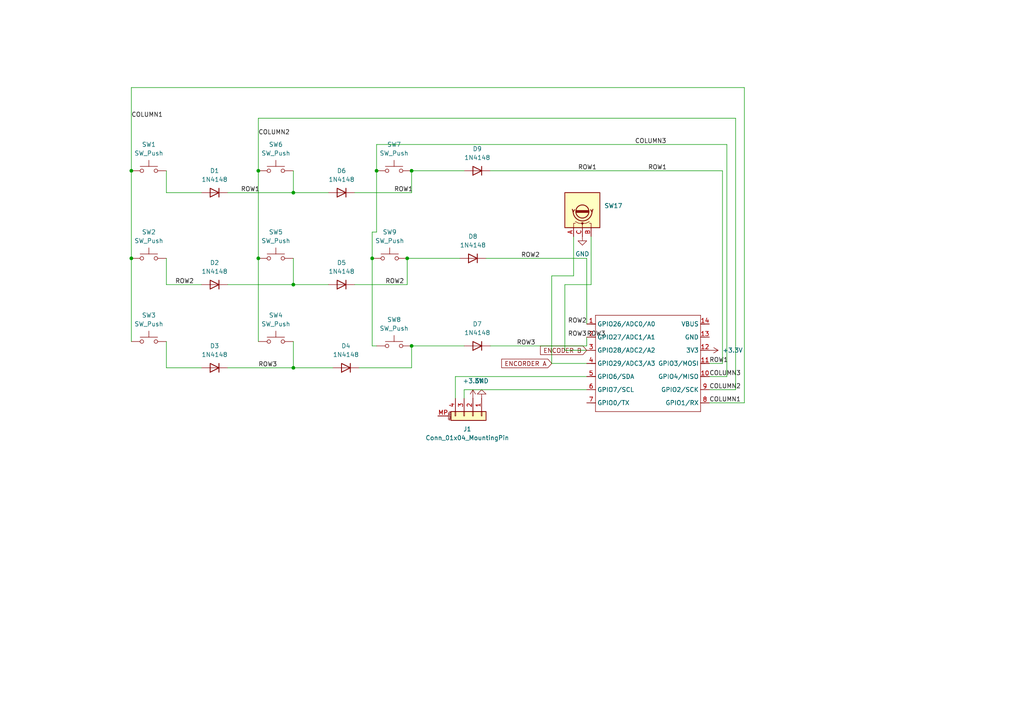
<source format=kicad_sch>
(kicad_sch
	(version 20250114)
	(generator "eeschema")
	(generator_version "9.0")
	(uuid "64f8ae2b-8a7d-44d5-aaaa-7fda84139637")
	(paper "A4")
	(lib_symbols
		(symbol "Connector_Generic_MountingPin:Conn_01x04_MountingPin"
			(pin_names
				(offset 1.016)
				(hide yes)
			)
			(exclude_from_sim no)
			(in_bom yes)
			(on_board yes)
			(property "Reference" "J1"
				(at 3.81 -1.6256 90)
				(effects
					(font
						(size 1.27 1.27)
					)
				)
			)
			(property "Value" "Conn_01x04_MountingPin"
				(at 6.35 -1.6256 90)
				(effects
					(font
						(size 1.27 1.27)
					)
				)
			)
			(property "Footprint" ""
				(at 0 0 0)
				(effects
					(font
						(size 1.27 1.27)
					)
					(hide yes)
				)
			)
			(property "Datasheet" "~"
				(at 0 0 0)
				(effects
					(font
						(size 1.27 1.27)
					)
					(hide yes)
				)
			)
			(property "Description" "Generic connectable mounting pin connector, single row, 01x04, script generated (kicad-library-utils/schlib/autogen/connector/)"
				(at 0 0 0)
				(effects
					(font
						(size 1.27 1.27)
					)
					(hide yes)
				)
			)
			(property "ki_keywords" "connector"
				(at 0 0 0)
				(effects
					(font
						(size 1.27 1.27)
					)
					(hide yes)
				)
			)
			(property "ki_fp_filters" "Connector*:*_1x??-1MP*"
				(at 0 0 0)
				(effects
					(font
						(size 1.27 1.27)
					)
					(hide yes)
				)
			)
			(symbol "Conn_01x04_MountingPin_1_1"
				(rectangle
					(start -1.27 3.81)
					(end 1.27 -6.35)
					(stroke
						(width 0.254)
						(type default)
					)
					(fill
						(type background)
					)
				)
				(rectangle
					(start -1.27 2.667)
					(end 0 2.413)
					(stroke
						(width 0.1524)
						(type default)
					)
					(fill
						(type none)
					)
				)
				(rectangle
					(start -1.27 0.127)
					(end 0 -0.127)
					(stroke
						(width 0.1524)
						(type default)
					)
					(fill
						(type none)
					)
				)
				(rectangle
					(start -1.27 -2.413)
					(end 0 -2.667)
					(stroke
						(width 0.1524)
						(type default)
					)
					(fill
						(type none)
					)
				)
				(rectangle
					(start -1.27 -4.953)
					(end 0 -5.207)
					(stroke
						(width 0.1524)
						(type default)
					)
					(fill
						(type none)
					)
				)
				(polyline
					(pts
						(xy -1.016 -7.112) (xy 1.016 -7.112)
					)
					(stroke
						(width 0.1524)
						(type default)
					)
					(fill
						(type none)
					)
				)
				(text "Mounting"
					(at 0 -6.731 0)
					(effects
						(font
							(size 0.381 0.381)
						)
					)
				)
				(pin passive line
					(at -5.08 2.54 0)
					(length 3.81)
					(name "GND"
						(effects
							(font
								(size 1.27 1.27)
							)
						)
					)
					(number "1"
						(effects
							(font
								(size 1.27 1.27)
							)
						)
					)
				)
				(pin passive line
					(at -5.08 0 0)
					(length 3.81)
					(name "VCC"
						(effects
							(font
								(size 1.27 1.27)
							)
						)
					)
					(number "2"
						(effects
							(font
								(size 1.27 1.27)
							)
						)
					)
				)
				(pin passive line
					(at -5.08 -2.54 0)
					(length 3.81)
					(name "SCL"
						(effects
							(font
								(size 1.27 1.27)
							)
						)
					)
					(number "3"
						(effects
							(font
								(size 1.27 1.27)
							)
						)
					)
				)
				(pin passive line
					(at -5.08 -5.08 0)
					(length 3.81)
					(name "SDA"
						(effects
							(font
								(size 1.27 1.27)
							)
						)
					)
					(number "4"
						(effects
							(font
								(size 1.27 1.27)
							)
						)
					)
				)
				(pin passive line
					(at 0 -10.16 90)
					(length 3.048)
					(name "MountPin"
						(effects
							(font
								(size 1.27 1.27)
							)
						)
					)
					(number "MP"
						(effects
							(font
								(size 1.27 1.27)
							)
						)
					)
				)
			)
			(embedded_fonts no)
		)
		(symbol "Device:RotaryEncoder"
			(pin_names
				(offset 0.254)
				(hide yes)
			)
			(exclude_from_sim no)
			(in_bom yes)
			(on_board yes)
			(property "Reference" "SW"
				(at 0 6.604 0)
				(effects
					(font
						(size 1.27 1.27)
					)
				)
			)
			(property "Value" "RotaryEncoder"
				(at 0 -6.604 0)
				(effects
					(font
						(size 1.27 1.27)
					)
				)
			)
			(property "Footprint" ""
				(at -3.81 4.064 0)
				(effects
					(font
						(size 1.27 1.27)
					)
					(hide yes)
				)
			)
			(property "Datasheet" "~"
				(at 0 6.604 0)
				(effects
					(font
						(size 1.27 1.27)
					)
					(hide yes)
				)
			)
			(property "Description" "Rotary encoder, dual channel, incremental quadrate outputs"
				(at 0 0 0)
				(effects
					(font
						(size 1.27 1.27)
					)
					(hide yes)
				)
			)
			(property "ki_keywords" "rotary switch encoder"
				(at 0 0 0)
				(effects
					(font
						(size 1.27 1.27)
					)
					(hide yes)
				)
			)
			(property "ki_fp_filters" "RotaryEncoder*"
				(at 0 0 0)
				(effects
					(font
						(size 1.27 1.27)
					)
					(hide yes)
				)
			)
			(symbol "RotaryEncoder_0_1"
				(rectangle
					(start -5.08 5.08)
					(end 5.08 -5.08)
					(stroke
						(width 0.254)
						(type default)
					)
					(fill
						(type background)
					)
				)
				(polyline
					(pts
						(xy -5.08 2.54) (xy -3.81 2.54) (xy -3.81 2.032)
					)
					(stroke
						(width 0)
						(type default)
					)
					(fill
						(type none)
					)
				)
				(polyline
					(pts
						(xy -5.08 0) (xy -3.81 0) (xy -3.81 -1.016) (xy -3.302 -2.032)
					)
					(stroke
						(width 0)
						(type default)
					)
					(fill
						(type none)
					)
				)
				(polyline
					(pts
						(xy -5.08 -2.54) (xy -3.81 -2.54) (xy -3.81 -2.032)
					)
					(stroke
						(width 0)
						(type default)
					)
					(fill
						(type none)
					)
				)
				(polyline
					(pts
						(xy -4.318 0) (xy -3.81 0) (xy -3.81 1.016) (xy -3.302 2.032)
					)
					(stroke
						(width 0)
						(type default)
					)
					(fill
						(type none)
					)
				)
				(circle
					(center -3.81 0)
					(radius 0.254)
					(stroke
						(width 0)
						(type default)
					)
					(fill
						(type outline)
					)
				)
				(polyline
					(pts
						(xy -0.635 -1.778) (xy -0.635 1.778)
					)
					(stroke
						(width 0.254)
						(type default)
					)
					(fill
						(type none)
					)
				)
				(circle
					(center -0.381 0)
					(radius 1.905)
					(stroke
						(width 0.254)
						(type default)
					)
					(fill
						(type none)
					)
				)
				(polyline
					(pts
						(xy -0.381 -1.778) (xy -0.381 1.778)
					)
					(stroke
						(width 0.254)
						(type default)
					)
					(fill
						(type none)
					)
				)
				(arc
					(start -0.381 -2.794)
					(mid -3.0988 -0.0635)
					(end -0.381 2.667)
					(stroke
						(width 0.254)
						(type default)
					)
					(fill
						(type none)
					)
				)
				(polyline
					(pts
						(xy -0.127 1.778) (xy -0.127 -1.778)
					)
					(stroke
						(width 0.254)
						(type default)
					)
					(fill
						(type none)
					)
				)
				(polyline
					(pts
						(xy 0.254 2.921) (xy -0.508 2.667) (xy 0.127 2.286)
					)
					(stroke
						(width 0.254)
						(type default)
					)
					(fill
						(type none)
					)
				)
				(polyline
					(pts
						(xy 0.254 -3.048) (xy -0.508 -2.794) (xy 0.127 -2.413)
					)
					(stroke
						(width 0.254)
						(type default)
					)
					(fill
						(type none)
					)
				)
			)
			(symbol "RotaryEncoder_1_1"
				(pin passive line
					(at -7.62 2.54 0)
					(length 2.54)
					(name "A"
						(effects
							(font
								(size 1.27 1.27)
							)
						)
					)
					(number "A"
						(effects
							(font
								(size 1.27 1.27)
							)
						)
					)
				)
				(pin passive line
					(at -7.62 0 0)
					(length 2.54)
					(name "C"
						(effects
							(font
								(size 1.27 1.27)
							)
						)
					)
					(number "C"
						(effects
							(font
								(size 1.27 1.27)
							)
						)
					)
				)
				(pin passive line
					(at -7.62 -2.54 0)
					(length 2.54)
					(name "B"
						(effects
							(font
								(size 1.27 1.27)
							)
						)
					)
					(number "B"
						(effects
							(font
								(size 1.27 1.27)
							)
						)
					)
				)
			)
			(embedded_fonts no)
		)
		(symbol "Diode:1N4148"
			(pin_numbers
				(hide yes)
			)
			(pin_names
				(hide yes)
			)
			(exclude_from_sim no)
			(in_bom yes)
			(on_board yes)
			(property "Reference" "D"
				(at 0 2.54 0)
				(effects
					(font
						(size 1.27 1.27)
					)
				)
			)
			(property "Value" "1N4148"
				(at 0 -2.54 0)
				(effects
					(font
						(size 1.27 1.27)
					)
				)
			)
			(property "Footprint" "Diode_THT:D_DO-35_SOD27_P7.62mm_Horizontal"
				(at 0 0 0)
				(effects
					(font
						(size 1.27 1.27)
					)
					(hide yes)
				)
			)
			(property "Datasheet" "https://assets.nexperia.com/documents/data-sheet/1N4148_1N4448.pdf"
				(at 0 0 0)
				(effects
					(font
						(size 1.27 1.27)
					)
					(hide yes)
				)
			)
			(property "Description" "100V 0.15A standard switching diode, DO-35"
				(at 0 0 0)
				(effects
					(font
						(size 1.27 1.27)
					)
					(hide yes)
				)
			)
			(property "Sim.Device" "D"
				(at 0 0 0)
				(effects
					(font
						(size 1.27 1.27)
					)
					(hide yes)
				)
			)
			(property "Sim.Pins" "1=K 2=A"
				(at 0 0 0)
				(effects
					(font
						(size 1.27 1.27)
					)
					(hide yes)
				)
			)
			(property "ki_keywords" "diode"
				(at 0 0 0)
				(effects
					(font
						(size 1.27 1.27)
					)
					(hide yes)
				)
			)
			(property "ki_fp_filters" "D*DO?35*"
				(at 0 0 0)
				(effects
					(font
						(size 1.27 1.27)
					)
					(hide yes)
				)
			)
			(symbol "1N4148_0_1"
				(polyline
					(pts
						(xy -1.27 1.27) (xy -1.27 -1.27)
					)
					(stroke
						(width 0.254)
						(type default)
					)
					(fill
						(type none)
					)
				)
				(polyline
					(pts
						(xy 1.27 1.27) (xy 1.27 -1.27) (xy -1.27 0) (xy 1.27 1.27)
					)
					(stroke
						(width 0.254)
						(type default)
					)
					(fill
						(type none)
					)
				)
				(polyline
					(pts
						(xy 1.27 0) (xy -1.27 0)
					)
					(stroke
						(width 0)
						(type default)
					)
					(fill
						(type none)
					)
				)
			)
			(symbol "1N4148_1_1"
				(pin passive line
					(at -3.81 0 0)
					(length 2.54)
					(name "K"
						(effects
							(font
								(size 1.27 1.27)
							)
						)
					)
					(number "1"
						(effects
							(font
								(size 1.27 1.27)
							)
						)
					)
				)
				(pin passive line
					(at 3.81 0 180)
					(length 2.54)
					(name "A"
						(effects
							(font
								(size 1.27 1.27)
							)
						)
					)
					(number "2"
						(effects
							(font
								(size 1.27 1.27)
							)
						)
					)
				)
			)
			(embedded_fonts no)
		)
		(symbol "OPL Lib:XIAO-RP2040-DIP"
			(exclude_from_sim no)
			(in_bom yes)
			(on_board yes)
			(property "Reference" "U"
				(at 0 0 0)
				(effects
					(font
						(size 1.27 1.27)
					)
				)
			)
			(property "Value" "XIAO-RP2040-DIP"
				(at 5.334 -1.778 0)
				(effects
					(font
						(size 1.27 1.27)
					)
				)
			)
			(property "Footprint" "Module:MOUDLE14P-XIAO-DIP-SMD"
				(at 14.478 -32.258 0)
				(effects
					(font
						(size 1.27 1.27)
					)
					(hide yes)
				)
			)
			(property "Datasheet" ""
				(at 0 0 0)
				(effects
					(font
						(size 1.27 1.27)
					)
					(hide yes)
				)
			)
			(property "Description" ""
				(at 0 0 0)
				(effects
					(font
						(size 1.27 1.27)
					)
					(hide yes)
				)
			)
			(symbol "XIAO-RP2040-DIP_1_0"
				(polyline
					(pts
						(xy -1.27 -2.54) (xy 29.21 -2.54)
					)
					(stroke
						(width 0.1524)
						(type solid)
					)
					(fill
						(type none)
					)
				)
				(polyline
					(pts
						(xy -1.27 -5.08) (xy -2.54 -5.08)
					)
					(stroke
						(width 0.1524)
						(type solid)
					)
					(fill
						(type none)
					)
				)
				(polyline
					(pts
						(xy -1.27 -5.08) (xy -1.27 -2.54)
					)
					(stroke
						(width 0.1524)
						(type solid)
					)
					(fill
						(type none)
					)
				)
				(polyline
					(pts
						(xy -1.27 -8.89) (xy -2.54 -8.89)
					)
					(stroke
						(width 0.1524)
						(type solid)
					)
					(fill
						(type none)
					)
				)
				(polyline
					(pts
						(xy -1.27 -8.89) (xy -1.27 -5.08)
					)
					(stroke
						(width 0.1524)
						(type solid)
					)
					(fill
						(type none)
					)
				)
				(polyline
					(pts
						(xy -1.27 -12.7) (xy -2.54 -12.7)
					)
					(stroke
						(width 0.1524)
						(type solid)
					)
					(fill
						(type none)
					)
				)
				(polyline
					(pts
						(xy -1.27 -12.7) (xy -1.27 -8.89)
					)
					(stroke
						(width 0.1524)
						(type solid)
					)
					(fill
						(type none)
					)
				)
				(polyline
					(pts
						(xy -1.27 -16.51) (xy -2.54 -16.51)
					)
					(stroke
						(width 0.1524)
						(type solid)
					)
					(fill
						(type none)
					)
				)
				(polyline
					(pts
						(xy -1.27 -16.51) (xy -1.27 -12.7)
					)
					(stroke
						(width 0.1524)
						(type solid)
					)
					(fill
						(type none)
					)
				)
				(polyline
					(pts
						(xy -1.27 -20.32) (xy -2.54 -20.32)
					)
					(stroke
						(width 0.1524)
						(type solid)
					)
					(fill
						(type none)
					)
				)
				(polyline
					(pts
						(xy -1.27 -24.13) (xy -2.54 -24.13)
					)
					(stroke
						(width 0.1524)
						(type solid)
					)
					(fill
						(type none)
					)
				)
				(polyline
					(pts
						(xy -1.27 -27.94) (xy -2.54 -27.94)
					)
					(stroke
						(width 0.1524)
						(type solid)
					)
					(fill
						(type none)
					)
				)
				(polyline
					(pts
						(xy -1.27 -30.48) (xy -1.27 -16.51)
					)
					(stroke
						(width 0.1524)
						(type solid)
					)
					(fill
						(type none)
					)
				)
				(polyline
					(pts
						(xy 29.21 -2.54) (xy 29.21 -5.08)
					)
					(stroke
						(width 0.1524)
						(type solid)
					)
					(fill
						(type none)
					)
				)
				(polyline
					(pts
						(xy 29.21 -5.08) (xy 29.21 -8.89)
					)
					(stroke
						(width 0.1524)
						(type solid)
					)
					(fill
						(type none)
					)
				)
				(polyline
					(pts
						(xy 29.21 -8.89) (xy 29.21 -12.7)
					)
					(stroke
						(width 0.1524)
						(type solid)
					)
					(fill
						(type none)
					)
				)
				(polyline
					(pts
						(xy 29.21 -12.7) (xy 29.21 -30.48)
					)
					(stroke
						(width 0.1524)
						(type solid)
					)
					(fill
						(type none)
					)
				)
				(polyline
					(pts
						(xy 29.21 -30.48) (xy -1.27 -30.48)
					)
					(stroke
						(width 0.1524)
						(type solid)
					)
					(fill
						(type none)
					)
				)
				(polyline
					(pts
						(xy 30.48 -5.08) (xy 29.21 -5.08)
					)
					(stroke
						(width 0.1524)
						(type solid)
					)
					(fill
						(type none)
					)
				)
				(polyline
					(pts
						(xy 30.48 -8.89) (xy 29.21 -8.89)
					)
					(stroke
						(width 0.1524)
						(type solid)
					)
					(fill
						(type none)
					)
				)
				(polyline
					(pts
						(xy 30.48 -12.7) (xy 29.21 -12.7)
					)
					(stroke
						(width 0.1524)
						(type solid)
					)
					(fill
						(type none)
					)
				)
				(polyline
					(pts
						(xy 30.48 -16.51) (xy 29.21 -16.51)
					)
					(stroke
						(width 0.1524)
						(type solid)
					)
					(fill
						(type none)
					)
				)
				(polyline
					(pts
						(xy 30.48 -20.32) (xy 29.21 -20.32)
					)
					(stroke
						(width 0.1524)
						(type solid)
					)
					(fill
						(type none)
					)
				)
				(polyline
					(pts
						(xy 30.48 -24.13) (xy 29.21 -24.13)
					)
					(stroke
						(width 0.1524)
						(type solid)
					)
					(fill
						(type none)
					)
				)
				(polyline
					(pts
						(xy 30.48 -27.94) (xy 29.21 -27.94)
					)
					(stroke
						(width 0.1524)
						(type solid)
					)
					(fill
						(type none)
					)
				)
				(pin passive line
					(at -3.81 -5.08 0)
					(length 2.54)
					(name "GPIO26/ADC0/A0"
						(effects
							(font
								(size 1.27 1.27)
							)
						)
					)
					(number "1"
						(effects
							(font
								(size 1.27 1.27)
							)
						)
					)
				)
				(pin passive line
					(at -3.81 -8.89 0)
					(length 2.54)
					(name "GPIO27/ADC1/A1"
						(effects
							(font
								(size 1.27 1.27)
							)
						)
					)
					(number "2"
						(effects
							(font
								(size 1.27 1.27)
							)
						)
					)
				)
				(pin passive line
					(at -3.81 -12.7 0)
					(length 2.54)
					(name "GPIO28/ADC2/A2"
						(effects
							(font
								(size 1.27 1.27)
							)
						)
					)
					(number "3"
						(effects
							(font
								(size 1.27 1.27)
							)
						)
					)
				)
				(pin passive line
					(at -3.81 -16.51 0)
					(length 2.54)
					(name "GPIO29/ADC3/A3"
						(effects
							(font
								(size 1.27 1.27)
							)
						)
					)
					(number "4"
						(effects
							(font
								(size 1.27 1.27)
							)
						)
					)
				)
				(pin passive line
					(at -3.81 -20.32 0)
					(length 2.54)
					(name "GPIO6/SDA"
						(effects
							(font
								(size 1.27 1.27)
							)
						)
					)
					(number "5"
						(effects
							(font
								(size 1.27 1.27)
							)
						)
					)
				)
				(pin passive line
					(at -3.81 -24.13 0)
					(length 2.54)
					(name "GPIO7/SCL"
						(effects
							(font
								(size 1.27 1.27)
							)
						)
					)
					(number "6"
						(effects
							(font
								(size 1.27 1.27)
							)
						)
					)
				)
				(pin passive line
					(at -3.81 -27.94 0)
					(length 2.54)
					(name "GPIO0/TX"
						(effects
							(font
								(size 1.27 1.27)
							)
						)
					)
					(number "7"
						(effects
							(font
								(size 1.27 1.27)
							)
						)
					)
				)
				(pin passive line
					(at 31.75 -5.08 180)
					(length 2.54)
					(name "VBUS"
						(effects
							(font
								(size 1.27 1.27)
							)
						)
					)
					(number "14"
						(effects
							(font
								(size 1.27 1.27)
							)
						)
					)
				)
				(pin passive line
					(at 31.75 -8.89 180)
					(length 2.54)
					(name "GND"
						(effects
							(font
								(size 1.27 1.27)
							)
						)
					)
					(number "13"
						(effects
							(font
								(size 1.27 1.27)
							)
						)
					)
				)
				(pin passive line
					(at 31.75 -12.7 180)
					(length 2.54)
					(name "3V3"
						(effects
							(font
								(size 1.27 1.27)
							)
						)
					)
					(number "12"
						(effects
							(font
								(size 1.27 1.27)
							)
						)
					)
				)
				(pin passive line
					(at 31.75 -16.51 180)
					(length 2.54)
					(name "GPIO3/MOSI"
						(effects
							(font
								(size 1.27 1.27)
							)
						)
					)
					(number "11"
						(effects
							(font
								(size 1.27 1.27)
							)
						)
					)
				)
				(pin passive line
					(at 31.75 -20.32 180)
					(length 2.54)
					(name "GPIO4/MISO"
						(effects
							(font
								(size 1.27 1.27)
							)
						)
					)
					(number "10"
						(effects
							(font
								(size 1.27 1.27)
							)
						)
					)
				)
				(pin passive line
					(at 31.75 -24.13 180)
					(length 2.54)
					(name "GPIO2/SCK"
						(effects
							(font
								(size 1.27 1.27)
							)
						)
					)
					(number "9"
						(effects
							(font
								(size 1.27 1.27)
							)
						)
					)
				)
				(pin passive line
					(at 31.75 -27.94 180)
					(length 2.54)
					(name "GPIO1/RX"
						(effects
							(font
								(size 1.27 1.27)
							)
						)
					)
					(number "8"
						(effects
							(font
								(size 1.27 1.27)
							)
						)
					)
				)
			)
			(embedded_fonts no)
		)
		(symbol "Switch:SW_Push"
			(pin_numbers
				(hide yes)
			)
			(pin_names
				(offset 1.016)
				(hide yes)
			)
			(exclude_from_sim no)
			(in_bom yes)
			(on_board yes)
			(property "Reference" "SW"
				(at 1.27 2.54 0)
				(effects
					(font
						(size 1.27 1.27)
					)
					(justify left)
				)
			)
			(property "Value" "SW_Push"
				(at 0 -1.524 0)
				(effects
					(font
						(size 1.27 1.27)
					)
				)
			)
			(property "Footprint" ""
				(at 0 5.08 0)
				(effects
					(font
						(size 1.27 1.27)
					)
					(hide yes)
				)
			)
			(property "Datasheet" "~"
				(at 0 5.08 0)
				(effects
					(font
						(size 1.27 1.27)
					)
					(hide yes)
				)
			)
			(property "Description" "Push button switch, generic, two pins"
				(at 0 0 0)
				(effects
					(font
						(size 1.27 1.27)
					)
					(hide yes)
				)
			)
			(property "ki_keywords" "switch normally-open pushbutton push-button"
				(at 0 0 0)
				(effects
					(font
						(size 1.27 1.27)
					)
					(hide yes)
				)
			)
			(symbol "SW_Push_0_1"
				(circle
					(center -2.032 0)
					(radius 0.508)
					(stroke
						(width 0)
						(type default)
					)
					(fill
						(type none)
					)
				)
				(polyline
					(pts
						(xy 0 1.27) (xy 0 3.048)
					)
					(stroke
						(width 0)
						(type default)
					)
					(fill
						(type none)
					)
				)
				(circle
					(center 2.032 0)
					(radius 0.508)
					(stroke
						(width 0)
						(type default)
					)
					(fill
						(type none)
					)
				)
				(polyline
					(pts
						(xy 2.54 1.27) (xy -2.54 1.27)
					)
					(stroke
						(width 0)
						(type default)
					)
					(fill
						(type none)
					)
				)
				(pin passive line
					(at -5.08 0 0)
					(length 2.54)
					(name "1"
						(effects
							(font
								(size 1.27 1.27)
							)
						)
					)
					(number "1"
						(effects
							(font
								(size 1.27 1.27)
							)
						)
					)
				)
				(pin passive line
					(at 5.08 0 180)
					(length 2.54)
					(name "2"
						(effects
							(font
								(size 1.27 1.27)
							)
						)
					)
					(number "2"
						(effects
							(font
								(size 1.27 1.27)
							)
						)
					)
				)
			)
			(embedded_fonts no)
		)
		(symbol "power:+3.3V"
			(power)
			(pin_numbers
				(hide yes)
			)
			(pin_names
				(offset 0)
				(hide yes)
			)
			(exclude_from_sim no)
			(in_bom yes)
			(on_board yes)
			(property "Reference" "#PWR"
				(at 0 -3.81 0)
				(effects
					(font
						(size 1.27 1.27)
					)
					(hide yes)
				)
			)
			(property "Value" "+3.3V"
				(at 0 3.556 0)
				(effects
					(font
						(size 1.27 1.27)
					)
				)
			)
			(property "Footprint" ""
				(at 0 0 0)
				(effects
					(font
						(size 1.27 1.27)
					)
					(hide yes)
				)
			)
			(property "Datasheet" ""
				(at 0 0 0)
				(effects
					(font
						(size 1.27 1.27)
					)
					(hide yes)
				)
			)
			(property "Description" "Power symbol creates a global label with name \"+3.3V\""
				(at 0 0 0)
				(effects
					(font
						(size 1.27 1.27)
					)
					(hide yes)
				)
			)
			(property "ki_keywords" "global power"
				(at 0 0 0)
				(effects
					(font
						(size 1.27 1.27)
					)
					(hide yes)
				)
			)
			(symbol "+3.3V_0_1"
				(polyline
					(pts
						(xy -0.762 1.27) (xy 0 2.54)
					)
					(stroke
						(width 0)
						(type default)
					)
					(fill
						(type none)
					)
				)
				(polyline
					(pts
						(xy 0 2.54) (xy 0.762 1.27)
					)
					(stroke
						(width 0)
						(type default)
					)
					(fill
						(type none)
					)
				)
				(polyline
					(pts
						(xy 0 0) (xy 0 2.54)
					)
					(stroke
						(width 0)
						(type default)
					)
					(fill
						(type none)
					)
				)
			)
			(symbol "+3.3V_1_1"
				(pin power_in line
					(at 0 0 90)
					(length 0)
					(name "~"
						(effects
							(font
								(size 1.27 1.27)
							)
						)
					)
					(number "1"
						(effects
							(font
								(size 1.27 1.27)
							)
						)
					)
				)
			)
			(embedded_fonts no)
		)
		(symbol "power:GND"
			(power)
			(pin_numbers
				(hide yes)
			)
			(pin_names
				(offset 0)
				(hide yes)
			)
			(exclude_from_sim no)
			(in_bom yes)
			(on_board yes)
			(property "Reference" "#PWR"
				(at 0 -6.35 0)
				(effects
					(font
						(size 1.27 1.27)
					)
					(hide yes)
				)
			)
			(property "Value" "GND"
				(at 0 -3.81 0)
				(effects
					(font
						(size 1.27 1.27)
					)
				)
			)
			(property "Footprint" ""
				(at 0 0 0)
				(effects
					(font
						(size 1.27 1.27)
					)
					(hide yes)
				)
			)
			(property "Datasheet" ""
				(at 0 0 0)
				(effects
					(font
						(size 1.27 1.27)
					)
					(hide yes)
				)
			)
			(property "Description" "Power symbol creates a global label with name \"GND\" , ground"
				(at 0 0 0)
				(effects
					(font
						(size 1.27 1.27)
					)
					(hide yes)
				)
			)
			(property "ki_keywords" "global power"
				(at 0 0 0)
				(effects
					(font
						(size 1.27 1.27)
					)
					(hide yes)
				)
			)
			(symbol "GND_0_1"
				(polyline
					(pts
						(xy 0 0) (xy 0 -1.27) (xy 1.27 -1.27) (xy 0 -2.54) (xy -1.27 -1.27) (xy 0 -1.27)
					)
					(stroke
						(width 0)
						(type default)
					)
					(fill
						(type none)
					)
				)
			)
			(symbol "GND_1_1"
				(pin power_in line
					(at 0 0 270)
					(length 0)
					(name "~"
						(effects
							(font
								(size 1.27 1.27)
							)
						)
					)
					(number "1"
						(effects
							(font
								(size 1.27 1.27)
							)
						)
					)
				)
			)
			(embedded_fonts no)
		)
	)
	(junction
		(at 38.1 49.53)
		(diameter 0)
		(color 0 0 0 0)
		(uuid "0514880f-841a-44d4-a2ee-00070a779028")
	)
	(junction
		(at 119.38 100.33)
		(diameter 0)
		(color 0 0 0 0)
		(uuid "1d9f036a-30d5-4ac6-a35e-2fc8d0fd6cc8")
	)
	(junction
		(at 85.09 82.55)
		(diameter 0)
		(color 0 0 0 0)
		(uuid "2a3bffcc-265d-49c2-9bfe-8a0427c368f0")
	)
	(junction
		(at 85.09 106.68)
		(diameter 0)
		(color 0 0 0 0)
		(uuid "3fe15d72-86f9-4f6a-9a15-69b15e160b37")
	)
	(junction
		(at 118.11 74.93)
		(diameter 0)
		(color 0 0 0 0)
		(uuid "5a371c1a-ac56-448d-aab6-18a08207b88a")
	)
	(junction
		(at 38.1 74.93)
		(diameter 0)
		(color 0 0 0 0)
		(uuid "645dbd76-cfad-431a-b2ed-15367afb1bd8")
	)
	(junction
		(at 119.38 49.53)
		(diameter 0)
		(color 0 0 0 0)
		(uuid "74817c0f-7ec7-4d46-923b-75c50dfea2b5")
	)
	(junction
		(at 74.93 49.53)
		(diameter 0)
		(color 0 0 0 0)
		(uuid "8e5f2b49-bb1d-4f9d-a0b6-96f12884991e")
	)
	(junction
		(at 85.09 55.88)
		(diameter 0)
		(color 0 0 0 0)
		(uuid "8f14c21c-baad-403d-ae19-a614d265ee45")
	)
	(junction
		(at 107.95 74.93)
		(diameter 0)
		(color 0 0 0 0)
		(uuid "8f16a5c1-aa12-4505-b5ce-76baf034f0b2")
	)
	(junction
		(at 109.22 49.53)
		(diameter 0)
		(color 0 0 0 0)
		(uuid "9a41378e-da23-446d-8c99-f3ac164df87a")
	)
	(junction
		(at 74.93 74.93)
		(diameter 0)
		(color 0 0 0 0)
		(uuid "d2eafcf9-8d65-4c5c-a7fb-fdda79b71df0")
	)
	(wire
		(pts
			(xy 48.26 55.88) (xy 58.42 55.88)
		)
		(stroke
			(width 0)
			(type default)
		)
		(uuid "04052ef2-5d40-4086-b798-9a6f7c1567e4")
	)
	(wire
		(pts
			(xy 66.04 82.55) (xy 85.09 82.55)
		)
		(stroke
			(width 0)
			(type default)
		)
		(uuid "04cb75e3-df29-4c85-b587-a878df0f3528")
	)
	(wire
		(pts
			(xy 132.08 109.22) (xy 170.18 109.22)
		)
		(stroke
			(width 0)
			(type default)
		)
		(uuid "0a017036-ef6d-4654-8d32-86e9102d15b7")
	)
	(wire
		(pts
			(xy 134.62 113.03) (xy 170.18 113.03)
		)
		(stroke
			(width 0)
			(type default)
		)
		(uuid "0ba1071e-4b9d-45a1-819d-3ed002d1d098")
	)
	(wire
		(pts
			(xy 107.95 74.93) (xy 107.95 100.33)
		)
		(stroke
			(width 0)
			(type default)
		)
		(uuid "0bf47a8f-7ca1-4691-9b67-976e3be57c8d")
	)
	(wire
		(pts
			(xy 48.26 106.68) (xy 58.42 106.68)
		)
		(stroke
			(width 0)
			(type default)
		)
		(uuid "1a0d0d85-7979-4c88-9d20-d6718713adaa")
	)
	(wire
		(pts
			(xy 170.18 74.93) (xy 170.18 93.98)
		)
		(stroke
			(width 0)
			(type default)
		)
		(uuid "1da58a35-8b41-463e-a5c2-5e56a7475d2d")
	)
	(wire
		(pts
			(xy 107.95 100.33) (xy 109.22 100.33)
		)
		(stroke
			(width 0)
			(type default)
		)
		(uuid "27841b53-2beb-4396-8167-bd2042a1949d")
	)
	(wire
		(pts
			(xy 74.93 49.53) (xy 74.93 34.29)
		)
		(stroke
			(width 0)
			(type default)
		)
		(uuid "2a81dc7a-6f4f-4802-8815-070ba1f3c1ce")
	)
	(wire
		(pts
			(xy 85.09 106.68) (xy 96.52 106.68)
		)
		(stroke
			(width 0)
			(type default)
		)
		(uuid "2c4da188-dcca-4528-8e85-b119a4721367")
	)
	(wire
		(pts
			(xy 38.1 49.53) (xy 38.1 25.4)
		)
		(stroke
			(width 0)
			(type default)
		)
		(uuid "2e93cb1b-ec39-436b-ac9b-b5c4cd0ed512")
	)
	(wire
		(pts
			(xy 85.09 82.55) (xy 95.25 82.55)
		)
		(stroke
			(width 0)
			(type default)
		)
		(uuid "2f0e7e05-9bb2-4d59-b1e2-fbfb6faf5ae2")
	)
	(wire
		(pts
			(xy 102.87 55.88) (xy 119.38 55.88)
		)
		(stroke
			(width 0)
			(type default)
		)
		(uuid "30968ede-4615-4d52-82fb-902f40417e4c")
	)
	(wire
		(pts
			(xy 66.04 55.88) (xy 85.09 55.88)
		)
		(stroke
			(width 0)
			(type default)
		)
		(uuid "32e3dcf8-c215-4aca-8769-fe10b81717f6")
	)
	(wire
		(pts
			(xy 109.22 49.53) (xy 109.22 67.31)
		)
		(stroke
			(width 0)
			(type default)
		)
		(uuid "36372db5-225c-4bc1-9e49-ea29d2241326")
	)
	(wire
		(pts
			(xy 171.45 68.58) (xy 171.45 82.55)
		)
		(stroke
			(width 0)
			(type default)
		)
		(uuid "3efa78ed-2c8c-4725-a6d1-c28e8e5d2c1f")
	)
	(wire
		(pts
			(xy 205.74 105.41) (xy 209.55 105.41)
		)
		(stroke
			(width 0)
			(type default)
		)
		(uuid "3f788e43-ee8f-46da-abab-773f0225d8fb")
	)
	(wire
		(pts
			(xy 163.83 82.55) (xy 171.45 82.55)
		)
		(stroke
			(width 0)
			(type default)
		)
		(uuid "45a94385-e3c4-4197-9f27-94c17f5cf585")
	)
	(wire
		(pts
			(xy 85.09 55.88) (xy 95.25 55.88)
		)
		(stroke
			(width 0)
			(type default)
		)
		(uuid "4eda3f65-06ea-456d-aae7-83590393b340")
	)
	(wire
		(pts
			(xy 85.09 74.93) (xy 85.09 82.55)
		)
		(stroke
			(width 0)
			(type default)
		)
		(uuid "54ac29e9-33c3-415a-bf87-5f64a5d50539")
	)
	(wire
		(pts
			(xy 85.09 49.53) (xy 85.09 55.88)
		)
		(stroke
			(width 0)
			(type default)
		)
		(uuid "57b0045c-14d8-4e53-8744-b549ffd3d9da")
	)
	(wire
		(pts
			(xy 104.14 106.68) (xy 119.38 106.68)
		)
		(stroke
			(width 0)
			(type default)
		)
		(uuid "59fb8eb3-22fa-4816-b015-1838045c4beb")
	)
	(wire
		(pts
			(xy 213.36 34.29) (xy 213.36 113.03)
		)
		(stroke
			(width 0)
			(type default)
		)
		(uuid "5c44529d-05de-4a95-b710-29b674e46b61")
	)
	(wire
		(pts
			(xy 119.38 106.68) (xy 119.38 100.33)
		)
		(stroke
			(width 0)
			(type default)
		)
		(uuid "5e29ba8b-85c2-4540-852a-64605cf6faaa")
	)
	(wire
		(pts
			(xy 38.1 74.93) (xy 38.1 99.06)
		)
		(stroke
			(width 0)
			(type default)
		)
		(uuid "6b2753e4-5131-49f3-ac02-0bc909baf02d")
	)
	(wire
		(pts
			(xy 140.97 74.93) (xy 170.18 74.93)
		)
		(stroke
			(width 0)
			(type default)
		)
		(uuid "6b852f19-3cf3-4f2c-8575-722e032391c9")
	)
	(wire
		(pts
			(xy 109.22 67.31) (xy 107.95 67.31)
		)
		(stroke
			(width 0)
			(type default)
		)
		(uuid "7a2c9562-0ee7-4734-b6aa-dbec02133a16")
	)
	(wire
		(pts
			(xy 205.74 109.22) (xy 210.82 109.22)
		)
		(stroke
			(width 0)
			(type default)
		)
		(uuid "7cae08fd-4ae6-430d-9365-b03124fe5006")
	)
	(wire
		(pts
			(xy 134.62 115.57) (xy 134.62 113.03)
		)
		(stroke
			(width 0)
			(type default)
		)
		(uuid "7e79a851-3060-4214-ba41-68fb40433efa")
	)
	(wire
		(pts
			(xy 118.11 74.93) (xy 133.35 74.93)
		)
		(stroke
			(width 0)
			(type default)
		)
		(uuid "85124e15-fffd-4f60-aebf-d663d7052418")
	)
	(wire
		(pts
			(xy 107.95 67.31) (xy 107.95 74.93)
		)
		(stroke
			(width 0)
			(type default)
		)
		(uuid "885b546d-e23a-4ba5-b3ee-ae820ec3d592")
	)
	(wire
		(pts
			(xy 74.93 49.53) (xy 74.93 74.93)
		)
		(stroke
			(width 0)
			(type default)
		)
		(uuid "89e61d63-fa01-4469-87ac-2fc9ea582b09")
	)
	(wire
		(pts
			(xy 209.55 105.41) (xy 209.55 49.53)
		)
		(stroke
			(width 0)
			(type default)
		)
		(uuid "8c347e31-b309-4817-89c2-530e1dafc18d")
	)
	(wire
		(pts
			(xy 109.22 49.53) (xy 109.22 41.91)
		)
		(stroke
			(width 0)
			(type default)
		)
		(uuid "8df2c285-392c-4dd7-8d7b-5b23959c8bef")
	)
	(wire
		(pts
			(xy 119.38 100.33) (xy 134.62 100.33)
		)
		(stroke
			(width 0)
			(type default)
		)
		(uuid "8f897ba8-cb24-453c-9d32-f3ba9e26490e")
	)
	(wire
		(pts
			(xy 48.26 49.53) (xy 48.26 55.88)
		)
		(stroke
			(width 0)
			(type default)
		)
		(uuid "945c3f82-629e-4e53-b9a6-982415f7890b")
	)
	(wire
		(pts
			(xy 163.83 101.6) (xy 170.18 101.6)
		)
		(stroke
			(width 0)
			(type default)
		)
		(uuid "95471109-e826-41ba-b4c6-5db7fa6047fa")
	)
	(wire
		(pts
			(xy 38.1 25.4) (xy 215.9 25.4)
		)
		(stroke
			(width 0)
			(type default)
		)
		(uuid "a8f64ac4-032a-4620-b12e-d8c70d865655")
	)
	(wire
		(pts
			(xy 160.02 80.01) (xy 166.37 80.01)
		)
		(stroke
			(width 0)
			(type default)
		)
		(uuid "abefd42b-9e35-46d8-83d4-57c28cf1fc8d")
	)
	(wire
		(pts
			(xy 215.9 116.84) (xy 205.74 116.84)
		)
		(stroke
			(width 0)
			(type default)
		)
		(uuid "ac78793f-7241-42f9-a90f-9e36d73ec88b")
	)
	(wire
		(pts
			(xy 134.62 49.53) (xy 119.38 49.53)
		)
		(stroke
			(width 0)
			(type default)
		)
		(uuid "af9e70a8-f503-4d90-a597-fe13de8778c2")
	)
	(wire
		(pts
			(xy 48.26 82.55) (xy 58.42 82.55)
		)
		(stroke
			(width 0)
			(type default)
		)
		(uuid "b59ecc54-d773-4858-9cd2-8eb158a9f40e")
	)
	(wire
		(pts
			(xy 213.36 113.03) (xy 205.74 113.03)
		)
		(stroke
			(width 0)
			(type default)
		)
		(uuid "c1b9368a-1249-46bc-9520-1e1e1ec74057")
	)
	(wire
		(pts
			(xy 166.37 68.58) (xy 166.37 80.01)
		)
		(stroke
			(width 0)
			(type default)
		)
		(uuid "c4d8df52-8588-4e8e-9e2d-24e32fb6910d")
	)
	(wire
		(pts
			(xy 85.09 99.06) (xy 85.09 106.68)
		)
		(stroke
			(width 0)
			(type default)
		)
		(uuid "c967a3ba-1326-4d1e-8f71-79a5e99cbfd7")
	)
	(wire
		(pts
			(xy 74.93 34.29) (xy 213.36 34.29)
		)
		(stroke
			(width 0)
			(type default)
		)
		(uuid "ca319d08-44ce-49c0-ab35-215806a90205")
	)
	(wire
		(pts
			(xy 66.04 106.68) (xy 85.09 106.68)
		)
		(stroke
			(width 0)
			(type default)
		)
		(uuid "cb0643fd-c82c-4c30-b3e0-6157d06ef353")
	)
	(wire
		(pts
			(xy 119.38 55.88) (xy 119.38 49.53)
		)
		(stroke
			(width 0)
			(type default)
		)
		(uuid "cc248b05-b3a7-441f-823a-96dc38af7bf8")
	)
	(wire
		(pts
			(xy 160.02 80.01) (xy 160.02 105.41)
		)
		(stroke
			(width 0)
			(type default)
		)
		(uuid "cfd9b19d-c84d-4824-8985-76b6c8f9697a")
	)
	(wire
		(pts
			(xy 118.11 82.55) (xy 118.11 74.93)
		)
		(stroke
			(width 0)
			(type default)
		)
		(uuid "d487a056-c245-475e-9e5e-88cd0f2876a0")
	)
	(wire
		(pts
			(xy 142.24 100.33) (xy 170.18 100.33)
		)
		(stroke
			(width 0)
			(type default)
		)
		(uuid "d804bc3d-c502-4325-936e-fc1fc9670380")
	)
	(wire
		(pts
			(xy 170.18 100.33) (xy 170.18 97.79)
		)
		(stroke
			(width 0)
			(type default)
		)
		(uuid "dc37f1d2-c9e1-482d-8e76-722fbbefbd8f")
	)
	(wire
		(pts
			(xy 109.22 41.91) (xy 210.82 41.91)
		)
		(stroke
			(width 0)
			(type default)
		)
		(uuid "dd85ca36-337b-4ab9-a900-e75c0ad882f5")
	)
	(wire
		(pts
			(xy 38.1 49.53) (xy 38.1 74.93)
		)
		(stroke
			(width 0)
			(type default)
		)
		(uuid "dea6bdef-1210-4de3-ba0b-8f2618d459ab")
	)
	(wire
		(pts
			(xy 209.55 49.53) (xy 142.24 49.53)
		)
		(stroke
			(width 0)
			(type default)
		)
		(uuid "decc7b3e-ac23-4314-812b-123366943b49")
	)
	(wire
		(pts
			(xy 160.02 105.41) (xy 170.18 105.41)
		)
		(stroke
			(width 0)
			(type default)
		)
		(uuid "e0aa967f-6b00-4015-a6e6-c7699fb650db")
	)
	(wire
		(pts
			(xy 102.87 82.55) (xy 118.11 82.55)
		)
		(stroke
			(width 0)
			(type default)
		)
		(uuid "e2a25971-2e9d-481c-8361-700e958ba9d7")
	)
	(wire
		(pts
			(xy 48.26 99.06) (xy 48.26 106.68)
		)
		(stroke
			(width 0)
			(type default)
		)
		(uuid "e348369e-fa11-4520-9bcf-cc87be1e53d2")
	)
	(wire
		(pts
			(xy 163.83 82.55) (xy 163.83 101.6)
		)
		(stroke
			(width 0)
			(type default)
		)
		(uuid "e5a9d0b7-5c9a-4807-8b89-fd9ec8aedc62")
	)
	(wire
		(pts
			(xy 210.82 41.91) (xy 210.82 109.22)
		)
		(stroke
			(width 0)
			(type default)
		)
		(uuid "ead18a48-8a2a-4c23-bb0f-d2d0a99dcec0")
	)
	(wire
		(pts
			(xy 74.93 74.93) (xy 74.93 99.06)
		)
		(stroke
			(width 0)
			(type default)
		)
		(uuid "f0d09076-2d2c-4174-baaa-3f044df87a83")
	)
	(wire
		(pts
			(xy 132.08 115.57) (xy 132.08 109.22)
		)
		(stroke
			(width 0)
			(type default)
		)
		(uuid "f692bd6a-53ed-4843-bc8b-f43958ac31a4")
	)
	(wire
		(pts
			(xy 215.9 25.4) (xy 215.9 116.84)
		)
		(stroke
			(width 0)
			(type default)
		)
		(uuid "fed573d6-8eaa-4bf2-a953-5d1c7f9a1c8d")
	)
	(wire
		(pts
			(xy 48.26 74.93) (xy 48.26 82.55)
		)
		(stroke
			(width 0)
			(type default)
		)
		(uuid "ff33f552-7f18-42c4-ad33-e0de8ccdcb4c")
	)
	(label "COLUMN1"
		(at 38.1 34.29 0)
		(effects
			(font
				(size 1.27 1.27)
			)
			(justify left bottom)
		)
		(uuid "0694dd63-013c-4975-adbb-4930577f3737")
	)
	(label "ROW3"
		(at 149.86 100.33 0)
		(effects
			(font
				(size 1.27 1.27)
			)
			(justify left bottom)
		)
		(uuid "3e39134f-4ce1-4f71-bbbd-21f4b1787729")
	)
	(label "ROW1"
		(at 205.74 105.41 0)
		(effects
			(font
				(size 1.27 1.27)
			)
			(justify left bottom)
		)
		(uuid "40cecd04-6e02-465f-bd73-ae2c4aa29be0")
	)
	(label "COLUMN3"
		(at 205.74 109.22 0)
		(effects
			(font
				(size 1.27 1.27)
			)
			(justify left bottom)
		)
		(uuid "454b3ad1-4c3c-4712-86d6-ff46dd1a657a")
	)
	(label "ROW1"
		(at 69.85 55.88 0)
		(effects
			(font
				(size 1.27 1.27)
			)
			(justify left bottom)
		)
		(uuid "47db82af-93e0-449c-a08d-3b1e4bdbc6be")
	)
	(label "ROW1"
		(at 187.96 49.53 0)
		(effects
			(font
				(size 1.27 1.27)
			)
			(justify left bottom)
		)
		(uuid "4f240ebb-c372-4ea3-bc00-446771fb4d40")
	)
	(label "ROW3"
		(at 74.93 106.68 0)
		(effects
			(font
				(size 1.27 1.27)
			)
			(justify left bottom)
		)
		(uuid "63a6ee08-1922-466f-98f2-7e2fb5c47cd0")
	)
	(label "ROW2"
		(at 50.8 82.55 0)
		(effects
			(font
				(size 1.27 1.27)
			)
			(justify left bottom)
		)
		(uuid "6fcb53e9-2e0e-403c-bcbb-bbcb5a58fc24")
	)
	(label "COLUMN2"
		(at 205.74 113.03 0)
		(effects
			(font
				(size 1.27 1.27)
			)
			(justify left bottom)
		)
		(uuid "7296ebb2-4f42-41d0-bbef-6e0a74cce0b0")
	)
	(label "ROW2"
		(at 111.76 82.55 0)
		(effects
			(font
				(size 1.27 1.27)
			)
			(justify left bottom)
		)
		(uuid "7f771f57-a00c-46c5-9f5a-26bb0088d9d8")
	)
	(label "ROW1"
		(at 114.3 55.88 0)
		(effects
			(font
				(size 1.27 1.27)
			)
			(justify left bottom)
		)
		(uuid "7f82e833-3310-4e99-89c2-20c635caebcc")
	)
	(label "COLUMN1"
		(at 205.74 116.84 0)
		(effects
			(font
				(size 1.27 1.27)
			)
			(justify left bottom)
		)
		(uuid "96107230-ed43-456b-9408-bdc455fd0360")
	)
	(label "ROW3"
		(at 170.18 97.79 0)
		(effects
			(font
				(size 1.27 1.27)
			)
			(justify left bottom)
		)
		(uuid "b4adf75c-ace8-4874-adef-683bf389f39b")
	)
	(label "COLUMN3"
		(at 184.15 41.91 0)
		(effects
			(font
				(size 1.27 1.27)
			)
			(justify left bottom)
		)
		(uuid "b9d799c4-cdab-4b7e-9dc3-408969c06a32")
	)
	(label "ROW2"
		(at 170.18 93.98 180)
		(effects
			(font
				(size 1.27 1.27)
			)
			(justify right bottom)
		)
		(uuid "d13b7838-ace0-48c0-8be4-1f729482d27f")
	)
	(label "ROW1"
		(at 167.64 49.53 0)
		(effects
			(font
				(size 1.27 1.27)
			)
			(justify left bottom)
		)
		(uuid "d1a901a5-7478-4af2-91e5-73dde5ccad09")
	)
	(label "COLUMN2"
		(at 74.93 39.37 0)
		(effects
			(font
				(size 1.27 1.27)
			)
			(justify left bottom)
		)
		(uuid "e4bd557c-e5b0-41c1-8252-352288c90a33")
	)
	(label "ROW2"
		(at 151.13 74.93 0)
		(effects
			(font
				(size 1.27 1.27)
			)
			(justify left bottom)
		)
		(uuid "f38dbe4a-a5d5-4422-8c6b-731661be70cf")
	)
	(label "ROW3"
		(at 170.18 97.79 180)
		(effects
			(font
				(size 1.27 1.27)
			)
			(justify right bottom)
		)
		(uuid "f72dde31-3b8c-4a41-95db-5f67c8d93166")
	)
	(global_label "ENCORDER A"
		(shape input)
		(at 160.02 105.41 180)
		(fields_autoplaced yes)
		(effects
			(font
				(size 1.27 1.27)
			)
			(justify right)
		)
		(uuid "448f5442-63db-4858-b73c-bf0dbdd60808")
		(property "Intersheetrefs" "${INTERSHEET_REFS}"
			(at 144.9396 105.41 0)
			(effects
				(font
					(size 1.27 1.27)
				)
				(justify right)
				(hide yes)
			)
		)
	)
	(global_label "ENCODER B"
		(shape input)
		(at 170.18 101.6 180)
		(fields_autoplaced yes)
		(effects
			(font
				(size 1.27 1.27)
			)
			(justify right)
		)
		(uuid "9b5698d1-09d7-4fa2-b35d-f7af66dbe11c")
		(property "Intersheetrefs" "${INTERSHEET_REFS}"
			(at 156.1882 101.6 0)
			(effects
				(font
					(size 1.27 1.27)
				)
				(justify right)
				(hide yes)
			)
		)
	)
	(symbol
		(lib_id "Diode:1N4148")
		(at 62.23 82.55 180)
		(unit 1)
		(exclude_from_sim no)
		(in_bom yes)
		(on_board yes)
		(dnp no)
		(fields_autoplaced yes)
		(uuid "12b033ab-d0a1-4c25-94d5-433041ed4c38")
		(property "Reference" "D2"
			(at 62.23 76.2 0)
			(effects
				(font
					(size 1.27 1.27)
				)
			)
		)
		(property "Value" "1N4148"
			(at 62.23 78.74 0)
			(effects
				(font
					(size 1.27 1.27)
				)
			)
		)
		(property "Footprint" "Diode_THT:D_DO-35_SOD27_P7.62mm_Horizontal"
			(at 62.23 82.55 0)
			(effects
				(font
					(size 1.27 1.27)
				)
				(hide yes)
			)
		)
		(property "Datasheet" "https://assets.nexperia.com/documents/data-sheet/1N4148_1N4448.pdf"
			(at 62.23 82.55 0)
			(effects
				(font
					(size 1.27 1.27)
				)
				(hide yes)
			)
		)
		(property "Description" "100V 0.15A standard switching diode, DO-35"
			(at 62.23 82.55 0)
			(effects
				(font
					(size 1.27 1.27)
				)
				(hide yes)
			)
		)
		(property "Sim.Device" "D"
			(at 62.23 82.55 0)
			(effects
				(font
					(size 1.27 1.27)
				)
				(hide yes)
			)
		)
		(property "Sim.Pins" "1=K 2=A"
			(at 62.23 82.55 0)
			(effects
				(font
					(size 1.27 1.27)
				)
				(hide yes)
			)
		)
		(pin "2"
			(uuid "fb78e1a9-9f0e-49cd-a6c7-cded79cbb40a")
		)
		(pin "1"
			(uuid "07b3e03e-e910-46c6-8420-6348e6f5fc47")
		)
		(instances
			(project "HAC"
				(path "/64f8ae2b-8a7d-44d5-aaaa-7fda84139637"
					(reference "D2")
					(unit 1)
				)
			)
		)
	)
	(symbol
		(lib_id "Diode:1N4148")
		(at 62.23 106.68 180)
		(unit 1)
		(exclude_from_sim no)
		(in_bom yes)
		(on_board yes)
		(dnp no)
		(fields_autoplaced yes)
		(uuid "1ccaea59-cca4-4943-8203-467622c0ea53")
		(property "Reference" "D3"
			(at 62.23 100.33 0)
			(effects
				(font
					(size 1.27 1.27)
				)
			)
		)
		(property "Value" "1N4148"
			(at 62.23 102.87 0)
			(effects
				(font
					(size 1.27 1.27)
				)
			)
		)
		(property "Footprint" "Diode_THT:D_DO-35_SOD27_P7.62mm_Horizontal"
			(at 62.23 106.68 0)
			(effects
				(font
					(size 1.27 1.27)
				)
				(hide yes)
			)
		)
		(property "Datasheet" "https://assets.nexperia.com/documents/data-sheet/1N4148_1N4448.pdf"
			(at 62.23 106.68 0)
			(effects
				(font
					(size 1.27 1.27)
				)
				(hide yes)
			)
		)
		(property "Description" "100V 0.15A standard switching diode, DO-35"
			(at 62.23 106.68 0)
			(effects
				(font
					(size 1.27 1.27)
				)
				(hide yes)
			)
		)
		(property "Sim.Device" "D"
			(at 62.23 106.68 0)
			(effects
				(font
					(size 1.27 1.27)
				)
				(hide yes)
			)
		)
		(property "Sim.Pins" "1=K 2=A"
			(at 62.23 106.68 0)
			(effects
				(font
					(size 1.27 1.27)
				)
				(hide yes)
			)
		)
		(pin "2"
			(uuid "41ad3be5-a3a9-4ed5-a2c0-3f029e7c62cb")
		)
		(pin "1"
			(uuid "91735b98-f854-4861-a7f4-da08006bc012")
		)
		(instances
			(project "HAC"
				(path "/64f8ae2b-8a7d-44d5-aaaa-7fda84139637"
					(reference "D3")
					(unit 1)
				)
			)
		)
	)
	(symbol
		(lib_id "power:GND")
		(at 168.91 68.58 0)
		(unit 1)
		(exclude_from_sim no)
		(in_bom yes)
		(on_board yes)
		(dnp no)
		(fields_autoplaced yes)
		(uuid "1cfe68d6-8d0b-4ccb-8c21-e823b859f0cd")
		(property "Reference" "#PWR04"
			(at 168.91 74.93 0)
			(effects
				(font
					(size 1.27 1.27)
				)
				(hide yes)
			)
		)
		(property "Value" "GND"
			(at 168.91 73.66 0)
			(effects
				(font
					(size 1.27 1.27)
				)
			)
		)
		(property "Footprint" ""
			(at 168.91 68.58 0)
			(effects
				(font
					(size 1.27 1.27)
				)
				(hide yes)
			)
		)
		(property "Datasheet" ""
			(at 168.91 68.58 0)
			(effects
				(font
					(size 1.27 1.27)
				)
				(hide yes)
			)
		)
		(property "Description" "Power symbol creates a global label with name \"GND\" , ground"
			(at 168.91 68.58 0)
			(effects
				(font
					(size 1.27 1.27)
				)
				(hide yes)
			)
		)
		(pin "1"
			(uuid "0735af2d-0b94-45a3-9c50-fe610f49483e")
		)
		(instances
			(project ""
				(path "/64f8ae2b-8a7d-44d5-aaaa-7fda84139637"
					(reference "#PWR04")
					(unit 1)
				)
			)
		)
	)
	(symbol
		(lib_id "OPL Lib:XIAO-RP2040-DIP")
		(at 173.99 88.9 0)
		(unit 1)
		(exclude_from_sim no)
		(in_bom yes)
		(on_board yes)
		(dnp no)
		(fields_autoplaced yes)
		(uuid "27ac9c2d-c883-4c96-a3d4-0bdfaa5c0a50")
		(property "Reference" "U1"
			(at 187.96 86.36 0)
			(effects
				(font
					(size 1.27 1.27)
				)
				(hide yes)
			)
		)
		(property "Value" "XIAO-RP2040-DIP"
			(at 187.96 88.9 0)
			(effects
				(font
					(size 1.27 1.27)
				)
				(hide yes)
			)
		)
		(property "Footprint" "OPL lib:XIAO-RP2040-DIP"
			(at 188.468 121.158 0)
			(effects
				(font
					(size 1.27 1.27)
				)
				(hide yes)
			)
		)
		(property "Datasheet" ""
			(at 173.99 88.9 0)
			(effects
				(font
					(size 1.27 1.27)
				)
				(hide yes)
			)
		)
		(property "Description" ""
			(at 173.99 88.9 0)
			(effects
				(font
					(size 1.27 1.27)
				)
				(hide yes)
			)
		)
		(pin "3"
			(uuid "310e37d3-578f-47c4-84cb-bf757756ac6f")
		)
		(pin "1"
			(uuid "786e2059-c4fa-4eda-a5fa-954aa2d86b0d")
		)
		(pin "8"
			(uuid "891dbdb9-c0a5-4aa0-a24a-ab1a117f5b83")
		)
		(pin "4"
			(uuid "a636c906-c82f-4d62-82d8-6d0b678d9054")
		)
		(pin "11"
			(uuid "47acd065-81cc-455b-8b7e-108906a9e4e4")
		)
		(pin "12"
			(uuid "f4a277d5-6759-47ab-bf71-f91fc8e2126d")
		)
		(pin "7"
			(uuid "e2883ba6-5b63-4db0-a42a-e775d061e421")
		)
		(pin "5"
			(uuid "f1d84a9c-c595-4d87-b626-209313e39864")
		)
		(pin "6"
			(uuid "cb358c62-052d-4547-a0f1-9f693d698d04")
		)
		(pin "9"
			(uuid "c838d638-3aa2-42ab-9d86-57fb58dd4c51")
		)
		(pin "10"
			(uuid "aa099e9f-9273-44fb-8cb3-8119f4bbeca5")
		)
		(pin "2"
			(uuid "58e9bcff-aafc-4d82-9236-79e08c4a91fd")
		)
		(pin "14"
			(uuid "0a73504f-8a4d-419d-80e0-4c01f21f4540")
		)
		(pin "13"
			(uuid "296ccd7f-f9fd-4321-ba5c-f5edaf027488")
		)
		(instances
			(project ""
				(path "/64f8ae2b-8a7d-44d5-aaaa-7fda84139637"
					(reference "U1")
					(unit 1)
				)
			)
		)
	)
	(symbol
		(lib_id "Switch:SW_Push")
		(at 113.03 74.93 0)
		(unit 1)
		(exclude_from_sim no)
		(in_bom yes)
		(on_board yes)
		(dnp no)
		(fields_autoplaced yes)
		(uuid "32d1ca49-1ed5-4056-b0f9-09f5111e1d30")
		(property "Reference" "SW9"
			(at 113.03 67.31 0)
			(effects
				(font
					(size 1.27 1.27)
				)
			)
		)
		(property "Value" "SW_Push"
			(at 113.03 69.85 0)
			(effects
				(font
					(size 1.27 1.27)
				)
			)
		)
		(property "Footprint" "Button_Switch_Keyboard:SW_Cherry_MX_1.00u_PCB"
			(at 113.03 69.85 0)
			(effects
				(font
					(size 1.27 1.27)
				)
				(hide yes)
			)
		)
		(property "Datasheet" "~"
			(at 113.03 69.85 0)
			(effects
				(font
					(size 1.27 1.27)
				)
				(hide yes)
			)
		)
		(property "Description" "Push button switch, generic, two pins"
			(at 113.03 74.93 0)
			(effects
				(font
					(size 1.27 1.27)
				)
				(hide yes)
			)
		)
		(pin "1"
			(uuid "bd1367ca-e35f-441e-a3e5-9072c1e3b070")
		)
		(pin "2"
			(uuid "941df5ca-edc5-404e-8c88-837814203087")
		)
		(instances
			(project "HAC"
				(path "/64f8ae2b-8a7d-44d5-aaaa-7fda84139637"
					(reference "SW9")
					(unit 1)
				)
			)
		)
	)
	(symbol
		(lib_id "Switch:SW_Push")
		(at 43.18 49.53 0)
		(unit 1)
		(exclude_from_sim no)
		(in_bom yes)
		(on_board yes)
		(dnp no)
		(fields_autoplaced yes)
		(uuid "3e56aabf-d607-47b5-9deb-c5438be51b68")
		(property "Reference" "SW1"
			(at 43.18 41.91 0)
			(effects
				(font
					(size 1.27 1.27)
				)
			)
		)
		(property "Value" "SW_Push"
			(at 43.18 44.45 0)
			(effects
				(font
					(size 1.27 1.27)
				)
			)
		)
		(property "Footprint" "Button_Switch_Keyboard:SW_Cherry_MX_1.00u_PCB"
			(at 43.18 44.45 0)
			(effects
				(font
					(size 1.27 1.27)
				)
				(hide yes)
			)
		)
		(property "Datasheet" "~"
			(at 43.18 44.45 0)
			(effects
				(font
					(size 1.27 1.27)
				)
				(hide yes)
			)
		)
		(property "Description" "Push button switch, generic, two pins"
			(at 43.18 49.53 0)
			(effects
				(font
					(size 1.27 1.27)
				)
				(hide yes)
			)
		)
		(pin "1"
			(uuid "645e5a59-4f01-4c79-99b1-527459754d94")
		)
		(pin "2"
			(uuid "20fadb2d-935a-4b6b-92fd-c88642281e2b")
		)
		(instances
			(project ""
				(path "/64f8ae2b-8a7d-44d5-aaaa-7fda84139637"
					(reference "SW1")
					(unit 1)
				)
			)
		)
	)
	(symbol
		(lib_id "Switch:SW_Push")
		(at 80.01 99.06 0)
		(unit 1)
		(exclude_from_sim no)
		(in_bom yes)
		(on_board yes)
		(dnp no)
		(fields_autoplaced yes)
		(uuid "4301f263-8100-4b3e-8581-35191c89edce")
		(property "Reference" "SW4"
			(at 80.01 91.44 0)
			(effects
				(font
					(size 1.27 1.27)
				)
			)
		)
		(property "Value" "SW_Push"
			(at 80.01 93.98 0)
			(effects
				(font
					(size 1.27 1.27)
				)
			)
		)
		(property "Footprint" "Button_Switch_Keyboard:SW_Cherry_MX_1.00u_PCB"
			(at 80.01 93.98 0)
			(effects
				(font
					(size 1.27 1.27)
				)
				(hide yes)
			)
		)
		(property "Datasheet" "~"
			(at 80.01 93.98 0)
			(effects
				(font
					(size 1.27 1.27)
				)
				(hide yes)
			)
		)
		(property "Description" "Push button switch, generic, two pins"
			(at 80.01 99.06 0)
			(effects
				(font
					(size 1.27 1.27)
				)
				(hide yes)
			)
		)
		(pin "1"
			(uuid "16c680be-5896-4364-9fad-b84e58b80731")
		)
		(pin "2"
			(uuid "03d4c96a-0f81-4d60-ad88-fad7b96ec2ad")
		)
		(instances
			(project "HAC"
				(path "/64f8ae2b-8a7d-44d5-aaaa-7fda84139637"
					(reference "SW4")
					(unit 1)
				)
			)
		)
	)
	(symbol
		(lib_id "Switch:SW_Push")
		(at 114.3 49.53 0)
		(unit 1)
		(exclude_from_sim no)
		(in_bom yes)
		(on_board yes)
		(dnp no)
		(fields_autoplaced yes)
		(uuid "5554e361-274c-4a15-a0b3-dfc7844bf8a3")
		(property "Reference" "SW7"
			(at 114.3 41.91 0)
			(effects
				(font
					(size 1.27 1.27)
				)
			)
		)
		(property "Value" "SW_Push"
			(at 114.3 44.45 0)
			(effects
				(font
					(size 1.27 1.27)
				)
			)
		)
		(property "Footprint" "Button_Switch_Keyboard:SW_Cherry_MX_1.00u_PCB"
			(at 114.3 44.45 0)
			(effects
				(font
					(size 1.27 1.27)
				)
				(hide yes)
			)
		)
		(property "Datasheet" "~"
			(at 114.3 44.45 0)
			(effects
				(font
					(size 1.27 1.27)
				)
				(hide yes)
			)
		)
		(property "Description" "Push button switch, generic, two pins"
			(at 114.3 49.53 0)
			(effects
				(font
					(size 1.27 1.27)
				)
				(hide yes)
			)
		)
		(pin "1"
			(uuid "a9546753-e905-439e-980e-24a356ddfbe0")
		)
		(pin "2"
			(uuid "87be6355-60a8-4b3a-86e2-89c40626ac0c")
		)
		(instances
			(project "HAC"
				(path "/64f8ae2b-8a7d-44d5-aaaa-7fda84139637"
					(reference "SW7")
					(unit 1)
				)
			)
		)
	)
	(symbol
		(lib_id "Device:RotaryEncoder")
		(at 168.91 60.96 90)
		(unit 1)
		(exclude_from_sim no)
		(in_bom yes)
		(on_board yes)
		(dnp no)
		(fields_autoplaced yes)
		(uuid "5a5e77e4-ef5e-418e-8d72-5019d0622722")
		(property "Reference" "SW17"
			(at 175.26 59.6899 90)
			(effects
				(font
					(size 1.27 1.27)
				)
				(justify right)
			)
		)
		(property "Value" "RotaryEncoder"
			(at 175.26 62.2299 90)
			(effects
				(font
					(size 1.27 1.27)
				)
				(justify right)
				(hide yes)
			)
		)
		(property "Footprint" "Rotary_Encoder:RotaryEncoder_Alps_EC11E_Vertical_H20mm"
			(at 164.846 64.77 0)
			(effects
				(font
					(size 1.27 1.27)
				)
				(hide yes)
			)
		)
		(property "Datasheet" "~"
			(at 162.306 60.96 0)
			(effects
				(font
					(size 1.27 1.27)
				)
				(hide yes)
			)
		)
		(property "Description" "Rotary encoder, dual channel, incremental quadrate outputs"
			(at 168.91 60.96 0)
			(effects
				(font
					(size 1.27 1.27)
				)
				(hide yes)
			)
		)
		(pin "A"
			(uuid "46a8696e-bf7a-4083-9c54-79188def449e")
		)
		(pin "C"
			(uuid "10a65fc9-3c03-4b9a-966a-a8549032f8e2")
		)
		(pin "B"
			(uuid "4ec207f0-1c8b-4286-be22-154fa9bd727e")
		)
		(instances
			(project ""
				(path "/64f8ae2b-8a7d-44d5-aaaa-7fda84139637"
					(reference "SW17")
					(unit 1)
				)
			)
		)
	)
	(symbol
		(lib_id "Diode:1N4148")
		(at 138.43 100.33 180)
		(unit 1)
		(exclude_from_sim no)
		(in_bom yes)
		(on_board yes)
		(dnp no)
		(fields_autoplaced yes)
		(uuid "5d312d5f-e3b1-4431-993f-00a6e7609c6d")
		(property "Reference" "D7"
			(at 138.43 93.98 0)
			(effects
				(font
					(size 1.27 1.27)
				)
			)
		)
		(property "Value" "1N4148"
			(at 138.43 96.52 0)
			(effects
				(font
					(size 1.27 1.27)
				)
			)
		)
		(property "Footprint" "Diode_THT:D_DO-35_SOD27_P7.62mm_Horizontal"
			(at 138.43 100.33 0)
			(effects
				(font
					(size 1.27 1.27)
				)
				(hide yes)
			)
		)
		(property "Datasheet" "https://assets.nexperia.com/documents/data-sheet/1N4148_1N4448.pdf"
			(at 138.43 100.33 0)
			(effects
				(font
					(size 1.27 1.27)
				)
				(hide yes)
			)
		)
		(property "Description" "100V 0.15A standard switching diode, DO-35"
			(at 138.43 100.33 0)
			(effects
				(font
					(size 1.27 1.27)
				)
				(hide yes)
			)
		)
		(property "Sim.Device" "D"
			(at 138.43 100.33 0)
			(effects
				(font
					(size 1.27 1.27)
				)
				(hide yes)
			)
		)
		(property "Sim.Pins" "1=K 2=A"
			(at 138.43 100.33 0)
			(effects
				(font
					(size 1.27 1.27)
				)
				(hide yes)
			)
		)
		(pin "2"
			(uuid "1a2239ce-3dea-4de3-abdf-3486d24e6003")
		)
		(pin "1"
			(uuid "3e1060be-273a-436d-b446-ab4b1391c08b")
		)
		(instances
			(project "HAC"
				(path "/64f8ae2b-8a7d-44d5-aaaa-7fda84139637"
					(reference "D7")
					(unit 1)
				)
			)
		)
	)
	(symbol
		(lib_id "Diode:1N4148")
		(at 137.16 74.93 180)
		(unit 1)
		(exclude_from_sim no)
		(in_bom yes)
		(on_board yes)
		(dnp no)
		(fields_autoplaced yes)
		(uuid "66357e13-7ab4-4d4b-93a2-68d8a46270cd")
		(property "Reference" "D8"
			(at 137.16 68.58 0)
			(effects
				(font
					(size 1.27 1.27)
				)
			)
		)
		(property "Value" "1N4148"
			(at 137.16 71.12 0)
			(effects
				(font
					(size 1.27 1.27)
				)
			)
		)
		(property "Footprint" "Diode_THT:D_DO-35_SOD27_P7.62mm_Horizontal"
			(at 137.16 74.93 0)
			(effects
				(font
					(size 1.27 1.27)
				)
				(hide yes)
			)
		)
		(property "Datasheet" "https://assets.nexperia.com/documents/data-sheet/1N4148_1N4448.pdf"
			(at 137.16 74.93 0)
			(effects
				(font
					(size 1.27 1.27)
				)
				(hide yes)
			)
		)
		(property "Description" "100V 0.15A standard switching diode, DO-35"
			(at 137.16 74.93 0)
			(effects
				(font
					(size 1.27 1.27)
				)
				(hide yes)
			)
		)
		(property "Sim.Device" "D"
			(at 137.16 74.93 0)
			(effects
				(font
					(size 1.27 1.27)
				)
				(hide yes)
			)
		)
		(property "Sim.Pins" "1=K 2=A"
			(at 137.16 74.93 0)
			(effects
				(font
					(size 1.27 1.27)
				)
				(hide yes)
			)
		)
		(pin "2"
			(uuid "507a95a9-987e-4b38-9081-dbd3ef1f9e0a")
		)
		(pin "1"
			(uuid "e17835f7-d0a9-40bc-8e38-c912d7877d59")
		)
		(instances
			(project "HAC"
				(path "/64f8ae2b-8a7d-44d5-aaaa-7fda84139637"
					(reference "D8")
					(unit 1)
				)
			)
		)
	)
	(symbol
		(lib_id "Switch:SW_Push")
		(at 114.3 100.33 0)
		(unit 1)
		(exclude_from_sim no)
		(in_bom yes)
		(on_board yes)
		(dnp no)
		(fields_autoplaced yes)
		(uuid "741d48b1-32bf-42b3-b152-a1f075b3f627")
		(property "Reference" "SW8"
			(at 114.3 92.71 0)
			(effects
				(font
					(size 1.27 1.27)
				)
			)
		)
		(property "Value" "SW_Push"
			(at 114.3 95.25 0)
			(effects
				(font
					(size 1.27 1.27)
				)
			)
		)
		(property "Footprint" "Button_Switch_Keyboard:SW_Cherry_MX_1.00u_PCB"
			(at 114.3 95.25 0)
			(effects
				(font
					(size 1.27 1.27)
				)
				(hide yes)
			)
		)
		(property "Datasheet" "~"
			(at 114.3 95.25 0)
			(effects
				(font
					(size 1.27 1.27)
				)
				(hide yes)
			)
		)
		(property "Description" "Push button switch, generic, two pins"
			(at 114.3 100.33 0)
			(effects
				(font
					(size 1.27 1.27)
				)
				(hide yes)
			)
		)
		(pin "1"
			(uuid "1935f06e-abc0-47d5-9951-92cc360b0994")
		)
		(pin "2"
			(uuid "69725f07-6a7f-4426-bdd0-8d456757fc73")
		)
		(instances
			(project "HAC"
				(path "/64f8ae2b-8a7d-44d5-aaaa-7fda84139637"
					(reference "SW8")
					(unit 1)
				)
			)
		)
	)
	(symbol
		(lib_id "Connector_Generic_MountingPin:Conn_01x04_MountingPin")
		(at 137.16 120.65 270)
		(unit 1)
		(exclude_from_sim no)
		(in_bom yes)
		(on_board yes)
		(dnp no)
		(fields_autoplaced yes)
		(uuid "77580ab9-9956-43d8-9d17-2645b5d19bc1")
		(property "Reference" "J1"
			(at 135.5344 124.46 90)
			(effects
				(font
					(size 1.27 1.27)
				)
			)
		)
		(property "Value" "Conn_01x04_MountingPin"
			(at 135.5344 127 90)
			(effects
				(font
					(size 1.27 1.27)
				)
			)
		)
		(property "Footprint" "OPL lib:SSD1306-0.91-OLED-4pin-128x32 (1)"
			(at 137.16 120.65 0)
			(effects
				(font
					(size 1.27 1.27)
				)
				(hide yes)
			)
		)
		(property "Datasheet" "~"
			(at 137.16 120.65 0)
			(effects
				(font
					(size 1.27 1.27)
				)
				(hide yes)
			)
		)
		(property "Description" "Generic connectable mounting pin connector, single row, 01x04, script generated (kicad-library-utils/schlib/autogen/connector/)"
			(at 137.16 120.65 0)
			(effects
				(font
					(size 1.27 1.27)
				)
				(hide yes)
			)
		)
		(pin "1"
			(uuid "0dec4585-d3c3-469c-a861-e0577b73603e")
		)
		(pin "3"
			(uuid "b9fd317e-5d27-4717-bd14-c41290ccc018")
		)
		(pin "4"
			(uuid "44ea105d-9498-4a99-86f2-a0b25612dda4")
		)
		(pin "MP"
			(uuid "94e19c08-bdd7-4100-a210-b2b456b18cb5")
		)
		(pin "2"
			(uuid "9ab2b52d-18d6-4771-bd84-657bfd2d3779")
		)
		(instances
			(project ""
				(path "/64f8ae2b-8a7d-44d5-aaaa-7fda84139637"
					(reference "J1")
					(unit 1)
				)
			)
		)
	)
	(symbol
		(lib_id "Switch:SW_Push")
		(at 43.18 74.93 0)
		(unit 1)
		(exclude_from_sim no)
		(in_bom yes)
		(on_board yes)
		(dnp no)
		(fields_autoplaced yes)
		(uuid "8717508f-c453-4c49-b59f-f8b4f6d8685c")
		(property "Reference" "SW2"
			(at 43.18 67.31 0)
			(effects
				(font
					(size 1.27 1.27)
				)
			)
		)
		(property "Value" "SW_Push"
			(at 43.18 69.85 0)
			(effects
				(font
					(size 1.27 1.27)
				)
			)
		)
		(property "Footprint" "Button_Switch_Keyboard:SW_Cherry_MX_1.00u_PCB"
			(at 43.18 69.85 0)
			(effects
				(font
					(size 1.27 1.27)
				)
				(hide yes)
			)
		)
		(property "Datasheet" "~"
			(at 43.18 69.85 0)
			(effects
				(font
					(size 1.27 1.27)
				)
				(hide yes)
			)
		)
		(property "Description" "Push button switch, generic, two pins"
			(at 43.18 74.93 0)
			(effects
				(font
					(size 1.27 1.27)
				)
				(hide yes)
			)
		)
		(pin "1"
			(uuid "64c83069-663a-4b14-8fae-a2ceb50f09c9")
		)
		(pin "2"
			(uuid "be8eefa4-79f2-496c-939c-a94b52e9df6a")
		)
		(instances
			(project "HAC"
				(path "/64f8ae2b-8a7d-44d5-aaaa-7fda84139637"
					(reference "SW2")
					(unit 1)
				)
			)
		)
	)
	(symbol
		(lib_id "Switch:SW_Push")
		(at 43.18 99.06 0)
		(unit 1)
		(exclude_from_sim no)
		(in_bom yes)
		(on_board yes)
		(dnp no)
		(fields_autoplaced yes)
		(uuid "8d710662-12f3-490e-b011-01cda2f9098d")
		(property "Reference" "SW3"
			(at 43.18 91.44 0)
			(effects
				(font
					(size 1.27 1.27)
				)
			)
		)
		(property "Value" "SW_Push"
			(at 43.18 93.98 0)
			(effects
				(font
					(size 1.27 1.27)
				)
			)
		)
		(property "Footprint" "Button_Switch_Keyboard:SW_Cherry_MX_1.00u_PCB"
			(at 43.18 93.98 0)
			(effects
				(font
					(size 1.27 1.27)
				)
				(hide yes)
			)
		)
		(property "Datasheet" "~"
			(at 43.18 93.98 0)
			(effects
				(font
					(size 1.27 1.27)
				)
				(hide yes)
			)
		)
		(property "Description" "Push button switch, generic, two pins"
			(at 43.18 99.06 0)
			(effects
				(font
					(size 1.27 1.27)
				)
				(hide yes)
			)
		)
		(pin "1"
			(uuid "642c8cb6-aab5-4d0a-8c22-f10a2bc5742c")
		)
		(pin "2"
			(uuid "aeff3aaa-9695-4bb4-b145-da1120283a8a")
		)
		(instances
			(project "HAC"
				(path "/64f8ae2b-8a7d-44d5-aaaa-7fda84139637"
					(reference "SW3")
					(unit 1)
				)
			)
		)
	)
	(symbol
		(lib_id "power:+3.3V")
		(at 205.74 101.6 270)
		(unit 1)
		(exclude_from_sim no)
		(in_bom yes)
		(on_board yes)
		(dnp no)
		(fields_autoplaced yes)
		(uuid "94c1e3cc-8fd1-46df-9513-bd8b7c264249")
		(property "Reference" "#PWR05"
			(at 201.93 101.6 0)
			(effects
				(font
					(size 1.27 1.27)
				)
				(hide yes)
			)
		)
		(property "Value" "+3.3V"
			(at 209.55 101.5999 90)
			(effects
				(font
					(size 1.27 1.27)
				)
				(justify left)
			)
		)
		(property "Footprint" ""
			(at 205.74 101.6 0)
			(effects
				(font
					(size 1.27 1.27)
				)
				(hide yes)
			)
		)
		(property "Datasheet" ""
			(at 205.74 101.6 0)
			(effects
				(font
					(size 1.27 1.27)
				)
				(hide yes)
			)
		)
		(property "Description" "Power symbol creates a global label with name \"+3.3V\""
			(at 205.74 101.6 0)
			(effects
				(font
					(size 1.27 1.27)
				)
				(hide yes)
			)
		)
		(pin "1"
			(uuid "4a435d2e-f49c-4d57-9b53-c3e5f2af71cf")
		)
		(instances
			(project ""
				(path "/64f8ae2b-8a7d-44d5-aaaa-7fda84139637"
					(reference "#PWR05")
					(unit 1)
				)
			)
		)
	)
	(symbol
		(lib_id "Diode:1N4148")
		(at 138.43 49.53 180)
		(unit 1)
		(exclude_from_sim no)
		(in_bom yes)
		(on_board yes)
		(dnp no)
		(fields_autoplaced yes)
		(uuid "9ac660ec-8634-4f9d-878f-58a809fb89d9")
		(property "Reference" "D9"
			(at 138.43 43.18 0)
			(effects
				(font
					(size 1.27 1.27)
				)
			)
		)
		(property "Value" "1N4148"
			(at 138.43 45.72 0)
			(effects
				(font
					(size 1.27 1.27)
				)
			)
		)
		(property "Footprint" "Diode_THT:D_DO-35_SOD27_P7.62mm_Horizontal"
			(at 138.43 49.53 0)
			(effects
				(font
					(size 1.27 1.27)
				)
				(hide yes)
			)
		)
		(property "Datasheet" "https://assets.nexperia.com/documents/data-sheet/1N4148_1N4448.pdf"
			(at 138.43 49.53 0)
			(effects
				(font
					(size 1.27 1.27)
				)
				(hide yes)
			)
		)
		(property "Description" "100V 0.15A standard switching diode, DO-35"
			(at 138.43 49.53 0)
			(effects
				(font
					(size 1.27 1.27)
				)
				(hide yes)
			)
		)
		(property "Sim.Device" "D"
			(at 138.43 49.53 0)
			(effects
				(font
					(size 1.27 1.27)
				)
				(hide yes)
			)
		)
		(property "Sim.Pins" "1=K 2=A"
			(at 138.43 49.53 0)
			(effects
				(font
					(size 1.27 1.27)
				)
				(hide yes)
			)
		)
		(pin "2"
			(uuid "7bb94d28-d9ce-432e-a549-dab19830880c")
		)
		(pin "1"
			(uuid "54ed08be-c0da-45c6-bdca-7484803edb6c")
		)
		(instances
			(project "HAC"
				(path "/64f8ae2b-8a7d-44d5-aaaa-7fda84139637"
					(reference "D9")
					(unit 1)
				)
			)
		)
	)
	(symbol
		(lib_id "power:+3.3V")
		(at 137.16 115.57 0)
		(unit 1)
		(exclude_from_sim no)
		(in_bom yes)
		(on_board yes)
		(dnp no)
		(fields_autoplaced yes)
		(uuid "b990bdcb-5da2-4b10-884c-3b4546a1fd07")
		(property "Reference" "#PWR02"
			(at 137.16 119.38 0)
			(effects
				(font
					(size 1.27 1.27)
				)
				(hide yes)
			)
		)
		(property "Value" "+3.3V"
			(at 137.16 110.49 0)
			(effects
				(font
					(size 1.27 1.27)
				)
			)
		)
		(property "Footprint" ""
			(at 137.16 115.57 0)
			(effects
				(font
					(size 1.27 1.27)
				)
				(hide yes)
			)
		)
		(property "Datasheet" ""
			(at 137.16 115.57 0)
			(effects
				(font
					(size 1.27 1.27)
				)
				(hide yes)
			)
		)
		(property "Description" "Power symbol creates a global label with name \"+3.3V\""
			(at 137.16 115.57 0)
			(effects
				(font
					(size 1.27 1.27)
				)
				(hide yes)
			)
		)
		(pin "1"
			(uuid "915ba926-437f-451c-875f-a3c52920a843")
		)
		(instances
			(project ""
				(path "/64f8ae2b-8a7d-44d5-aaaa-7fda84139637"
					(reference "#PWR02")
					(unit 1)
				)
			)
		)
	)
	(symbol
		(lib_id "Switch:SW_Push")
		(at 80.01 49.53 0)
		(unit 1)
		(exclude_from_sim no)
		(in_bom yes)
		(on_board yes)
		(dnp no)
		(fields_autoplaced yes)
		(uuid "bd9e6ed3-98b1-4c61-9124-e312ad2ad6da")
		(property "Reference" "SW6"
			(at 80.01 41.91 0)
			(effects
				(font
					(size 1.27 1.27)
				)
			)
		)
		(property "Value" "SW_Push"
			(at 80.01 44.45 0)
			(effects
				(font
					(size 1.27 1.27)
				)
			)
		)
		(property "Footprint" "Button_Switch_Keyboard:SW_Cherry_MX_1.00u_PCB"
			(at 80.01 44.45 0)
			(effects
				(font
					(size 1.27 1.27)
				)
				(hide yes)
			)
		)
		(property "Datasheet" "~"
			(at 80.01 44.45 0)
			(effects
				(font
					(size 1.27 1.27)
				)
				(hide yes)
			)
		)
		(property "Description" "Push button switch, generic, two pins"
			(at 80.01 49.53 0)
			(effects
				(font
					(size 1.27 1.27)
				)
				(hide yes)
			)
		)
		(pin "1"
			(uuid "6e175cb4-7679-4ec7-a062-4be4f168d1c6")
		)
		(pin "2"
			(uuid "c08efeb9-48f0-4de0-86dc-a12b770fe07c")
		)
		(instances
			(project "HAC"
				(path "/64f8ae2b-8a7d-44d5-aaaa-7fda84139637"
					(reference "SW6")
					(unit 1)
				)
			)
		)
	)
	(symbol
		(lib_id "Diode:1N4148")
		(at 99.06 82.55 180)
		(unit 1)
		(exclude_from_sim no)
		(in_bom yes)
		(on_board yes)
		(dnp no)
		(fields_autoplaced yes)
		(uuid "c613f012-ddfc-46d3-b90b-31794e5211cd")
		(property "Reference" "D5"
			(at 99.06 76.2 0)
			(effects
				(font
					(size 1.27 1.27)
				)
			)
		)
		(property "Value" "1N4148"
			(at 99.06 78.74 0)
			(effects
				(font
					(size 1.27 1.27)
				)
			)
		)
		(property "Footprint" "Diode_THT:D_DO-35_SOD27_P7.62mm_Horizontal"
			(at 99.06 82.55 0)
			(effects
				(font
					(size 1.27 1.27)
				)
				(hide yes)
			)
		)
		(property "Datasheet" "https://assets.nexperia.com/documents/data-sheet/1N4148_1N4448.pdf"
			(at 99.06 82.55 0)
			(effects
				(font
					(size 1.27 1.27)
				)
				(hide yes)
			)
		)
		(property "Description" "100V 0.15A standard switching diode, DO-35"
			(at 99.06 82.55 0)
			(effects
				(font
					(size 1.27 1.27)
				)
				(hide yes)
			)
		)
		(property "Sim.Device" "D"
			(at 99.06 82.55 0)
			(effects
				(font
					(size 1.27 1.27)
				)
				(hide yes)
			)
		)
		(property "Sim.Pins" "1=K 2=A"
			(at 99.06 82.55 0)
			(effects
				(font
					(size 1.27 1.27)
				)
				(hide yes)
			)
		)
		(pin "2"
			(uuid "badcba37-f2f9-4818-ae32-c0c996517795")
		)
		(pin "1"
			(uuid "c6c9a2a7-b65c-4e1b-8872-623557e685df")
		)
		(instances
			(project "HAC"
				(path "/64f8ae2b-8a7d-44d5-aaaa-7fda84139637"
					(reference "D5")
					(unit 1)
				)
			)
		)
	)
	(symbol
		(lib_id "power:GND")
		(at 139.7 115.57 180)
		(unit 1)
		(exclude_from_sim no)
		(in_bom yes)
		(on_board yes)
		(dnp no)
		(fields_autoplaced yes)
		(uuid "cc6f5fd2-2076-495b-9b2f-91104d5c0a0d")
		(property "Reference" "#PWR01"
			(at 139.7 109.22 0)
			(effects
				(font
					(size 1.27 1.27)
				)
				(hide yes)
			)
		)
		(property "Value" "GND"
			(at 139.7 110.49 0)
			(effects
				(font
					(size 1.27 1.27)
				)
			)
		)
		(property "Footprint" ""
			(at 139.7 115.57 0)
			(effects
				(font
					(size 1.27 1.27)
				)
				(hide yes)
			)
		)
		(property "Datasheet" ""
			(at 139.7 115.57 0)
			(effects
				(font
					(size 1.27 1.27)
				)
				(hide yes)
			)
		)
		(property "Description" "Power symbol creates a global label with name \"GND\" , ground"
			(at 139.7 115.57 0)
			(effects
				(font
					(size 1.27 1.27)
				)
				(hide yes)
			)
		)
		(pin "1"
			(uuid "3d4e11a5-3ba6-41bc-9f6e-0741cf6a9c2e")
		)
		(instances
			(project ""
				(path "/64f8ae2b-8a7d-44d5-aaaa-7fda84139637"
					(reference "#PWR01")
					(unit 1)
				)
			)
		)
	)
	(symbol
		(lib_id "Diode:1N4148")
		(at 99.06 55.88 180)
		(unit 1)
		(exclude_from_sim no)
		(in_bom yes)
		(on_board yes)
		(dnp no)
		(fields_autoplaced yes)
		(uuid "cefb8424-3af6-40d5-abf2-1b3bee23b8b2")
		(property "Reference" "D6"
			(at 99.06 49.53 0)
			(effects
				(font
					(size 1.27 1.27)
				)
			)
		)
		(property "Value" "1N4148"
			(at 99.06 52.07 0)
			(effects
				(font
					(size 1.27 1.27)
				)
			)
		)
		(property "Footprint" "Diode_THT:D_DO-35_SOD27_P7.62mm_Horizontal"
			(at 99.06 55.88 0)
			(effects
				(font
					(size 1.27 1.27)
				)
				(hide yes)
			)
		)
		(property "Datasheet" "https://assets.nexperia.com/documents/data-sheet/1N4148_1N4448.pdf"
			(at 99.06 55.88 0)
			(effects
				(font
					(size 1.27 1.27)
				)
				(hide yes)
			)
		)
		(property "Description" "100V 0.15A standard switching diode, DO-35"
			(at 99.06 55.88 0)
			(effects
				(font
					(size 1.27 1.27)
				)
				(hide yes)
			)
		)
		(property "Sim.Device" "D"
			(at 99.06 55.88 0)
			(effects
				(font
					(size 1.27 1.27)
				)
				(hide yes)
			)
		)
		(property "Sim.Pins" "1=K 2=A"
			(at 99.06 55.88 0)
			(effects
				(font
					(size 1.27 1.27)
				)
				(hide yes)
			)
		)
		(pin "2"
			(uuid "c567251d-1955-413e-8a5d-ad6f64275d01")
		)
		(pin "1"
			(uuid "1efb8c85-c55f-4bda-ae0c-11c9d9a53877")
		)
		(instances
			(project "HAC"
				(path "/64f8ae2b-8a7d-44d5-aaaa-7fda84139637"
					(reference "D6")
					(unit 1)
				)
			)
		)
	)
	(symbol
		(lib_id "Diode:1N4148")
		(at 62.23 55.88 180)
		(unit 1)
		(exclude_from_sim no)
		(in_bom yes)
		(on_board yes)
		(dnp no)
		(fields_autoplaced yes)
		(uuid "e0b8a0ff-dc1c-4e54-94bd-8da7782b7938")
		(property "Reference" "D1"
			(at 62.23 49.53 0)
			(effects
				(font
					(size 1.27 1.27)
				)
			)
		)
		(property "Value" "1N4148"
			(at 62.23 52.07 0)
			(effects
				(font
					(size 1.27 1.27)
				)
			)
		)
		(property "Footprint" "Diode_THT:D_DO-35_SOD27_P7.62mm_Horizontal"
			(at 62.23 55.88 0)
			(effects
				(font
					(size 1.27 1.27)
				)
				(hide yes)
			)
		)
		(property "Datasheet" "https://assets.nexperia.com/documents/data-sheet/1N4148_1N4448.pdf"
			(at 62.23 55.88 0)
			(effects
				(font
					(size 1.27 1.27)
				)
				(hide yes)
			)
		)
		(property "Description" "100V 0.15A standard switching diode, DO-35"
			(at 62.23 55.88 0)
			(effects
				(font
					(size 1.27 1.27)
				)
				(hide yes)
			)
		)
		(property "Sim.Device" "D"
			(at 62.23 55.88 0)
			(effects
				(font
					(size 1.27 1.27)
				)
				(hide yes)
			)
		)
		(property "Sim.Pins" "1=K 2=A"
			(at 62.23 55.88 0)
			(effects
				(font
					(size 1.27 1.27)
				)
				(hide yes)
			)
		)
		(pin "2"
			(uuid "6709b554-4ca8-4a58-8fc6-fae0cbaac2db")
		)
		(pin "1"
			(uuid "a28b386b-b6c9-4424-9335-8c1adf3c458f")
		)
		(instances
			(project "HAC"
				(path "/64f8ae2b-8a7d-44d5-aaaa-7fda84139637"
					(reference "D1")
					(unit 1)
				)
			)
		)
	)
	(symbol
		(lib_id "Switch:SW_Push")
		(at 80.01 74.93 0)
		(unit 1)
		(exclude_from_sim no)
		(in_bom yes)
		(on_board yes)
		(dnp no)
		(fields_autoplaced yes)
		(uuid "f7db1327-2734-4d92-a041-06a3902ff3bb")
		(property "Reference" "SW5"
			(at 80.01 67.31 0)
			(effects
				(font
					(size 1.27 1.27)
				)
			)
		)
		(property "Value" "SW_Push"
			(at 80.01 69.85 0)
			(effects
				(font
					(size 1.27 1.27)
				)
			)
		)
		(property "Footprint" "Button_Switch_Keyboard:SW_Cherry_MX_1.00u_PCB"
			(at 80.01 69.85 0)
			(effects
				(font
					(size 1.27 1.27)
				)
				(hide yes)
			)
		)
		(property "Datasheet" "~"
			(at 80.01 69.85 0)
			(effects
				(font
					(size 1.27 1.27)
				)
				(hide yes)
			)
		)
		(property "Description" "Push button switch, generic, two pins"
			(at 80.01 74.93 0)
			(effects
				(font
					(size 1.27 1.27)
				)
				(hide yes)
			)
		)
		(pin "1"
			(uuid "2546bfb1-6dfd-4f1e-a4d0-89c692adba7b")
		)
		(pin "2"
			(uuid "d1e3ebdd-209f-42a9-a150-701e7b6b2d94")
		)
		(instances
			(project "HAC"
				(path "/64f8ae2b-8a7d-44d5-aaaa-7fda84139637"
					(reference "SW5")
					(unit 1)
				)
			)
		)
	)
	(symbol
		(lib_id "Diode:1N4148")
		(at 100.33 106.68 180)
		(unit 1)
		(exclude_from_sim no)
		(in_bom yes)
		(on_board yes)
		(dnp no)
		(fields_autoplaced yes)
		(uuid "fbfe6ccd-2d50-4c39-9820-fe7e2a309a3f")
		(property "Reference" "D4"
			(at 100.33 100.33 0)
			(effects
				(font
					(size 1.27 1.27)
				)
			)
		)
		(property "Value" "1N4148"
			(at 100.33 102.87 0)
			(effects
				(font
					(size 1.27 1.27)
				)
			)
		)
		(property "Footprint" "Diode_THT:D_DO-35_SOD27_P7.62mm_Horizontal"
			(at 100.33 106.68 0)
			(effects
				(font
					(size 1.27 1.27)
				)
				(hide yes)
			)
		)
		(property "Datasheet" "https://assets.nexperia.com/documents/data-sheet/1N4148_1N4448.pdf"
			(at 100.33 106.68 0)
			(effects
				(font
					(size 1.27 1.27)
				)
				(hide yes)
			)
		)
		(property "Description" "100V 0.15A standard switching diode, DO-35"
			(at 100.33 106.68 0)
			(effects
				(font
					(size 1.27 1.27)
				)
				(hide yes)
			)
		)
		(property "Sim.Device" "D"
			(at 100.33 106.68 0)
			(effects
				(font
					(size 1.27 1.27)
				)
				(hide yes)
			)
		)
		(property "Sim.Pins" "1=K 2=A"
			(at 100.33 106.68 0)
			(effects
				(font
					(size 1.27 1.27)
				)
				(hide yes)
			)
		)
		(pin "2"
			(uuid "4757bd37-b755-46f0-bd9f-ea6131ced001")
		)
		(pin "1"
			(uuid "5ae1d8b5-460d-47a8-b1f3-de51edf64eff")
		)
		(instances
			(project "HAC"
				(path "/64f8ae2b-8a7d-44d5-aaaa-7fda84139637"
					(reference "D4")
					(unit 1)
				)
			)
		)
	)
	(sheet_instances
		(path "/"
			(page "1")
		)
	)
	(embedded_fonts no)
)

</source>
